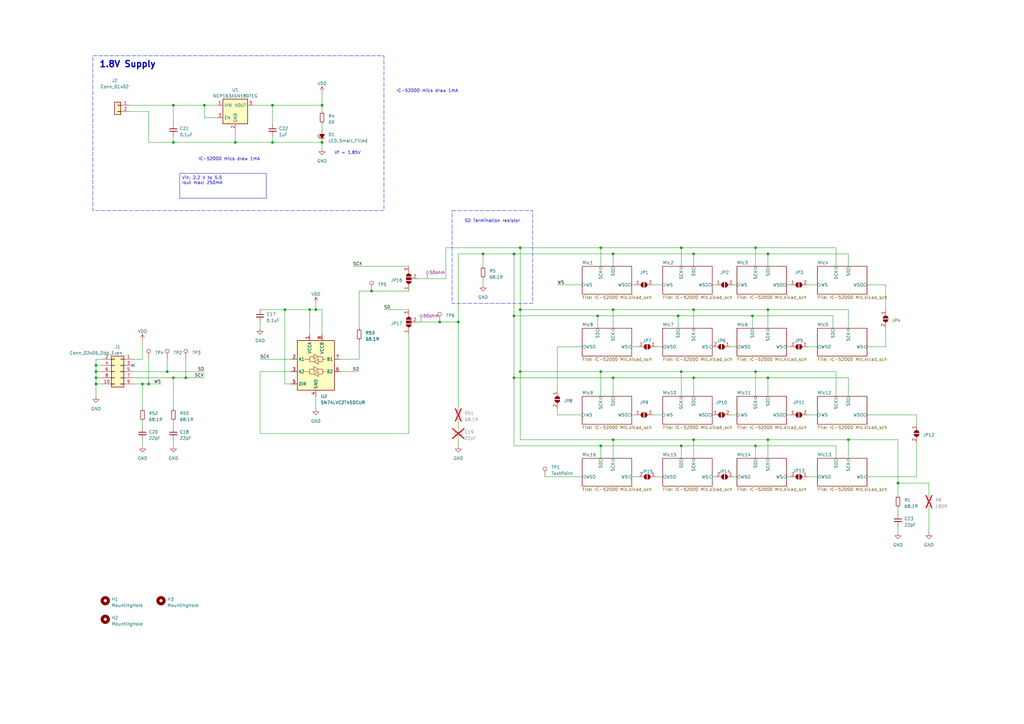
<source format=kicad_sch>
(kicad_sch (version 20230121) (generator eeschema)
  (paper "A3")
  (lib_symbols
    (symbol "Connector:TestPoint" (pin_numbers hide) (pin_names (offset 0.762) hide)
      (property "Reference" "TP" (at 0 6.858 0))
      (property "Value" "TestPoint" (at 0 5.08 0))
      (symbol "TestPoint_0_1"
        (circle (center 0 3.302) (radius 0.762))
      )
      (symbol "TestPoint_1_1"
        (pin passive line (at 0 0 90) (length 2.54) (name "1") (number "1"))
      )
    )
    (symbol "Connector_Generic:Conn_01x02" (pin_names (offset 1.016) hide)
      (property "Reference" "J" (at 0 2.54 0))
      (property "Value" "Conn_01x02" (at 0 -5.08 0))
      (symbol "Conn_01x02_1_1"
        (rectangle (start -1.27 -2.413) (end 0 -2.667) (stroke (width 0.1524)))
        (rectangle (start -1.27 0.127) (end 0 -0.127) (stroke (width 0.1524)))
        (rectangle (start -1.27 1.27) (end 1.27 -3.81) (stroke (width 0.254)) (fill (type background)))
        (pin passive line (at -5.08 0 0) (length 3.81) (name "Pin_1") (number "1"))
        (pin passive line (at -5.08 -2.54 0) (length 3.81) (name "Pin_2") (number "2"))
      )
    )
    (symbol "Connector_Generic:Conn_02x05_Odd_Even" (pin_names (offset 1.016) hide)
      (property "Reference" "J" (at 1.27 7.62 0))
      (property "Value" "Conn_02x05_Odd_Even" (at 1.27 -7.62 0))
      (symbol "Conn_02x05_Odd_Even_1_1"
        (rectangle (start -1.27 -4.953) (end 0 -5.207) (stroke (width 0.1524)))
        (rectangle (start -1.27 -2.413) (end 0 -2.667) (stroke (width 0.1524)))
        (rectangle (start -1.27 0.127) (end 0 -0.127) (stroke (width 0.1524)))
        (rectangle (start -1.27 2.667) (end 0 2.413) (stroke (width 0.1524)))
        (rectangle (start -1.27 5.207) (end 0 4.953) (stroke (width 0.1524)))
        (rectangle (start -1.27 6.35) (end 3.81 -6.35) (stroke (width 0.254)) (fill (type background)))
        (rectangle (start 3.81 -4.953) (end 2.54 -5.207) (stroke (width 0.1524)))
        (rectangle (start 3.81 -2.413) (end 2.54 -2.667) (stroke (width 0.1524)))
        (rectangle (start 3.81 0.127) (end 2.54 -0.127) (stroke (width 0.1524)))
        (rectangle (start 3.81 2.667) (end 2.54 2.413) (stroke (width 0.1524)))
        (rectangle (start 3.81 5.207) (end 2.54 4.953) (stroke (width 0.1524)))
        (pin passive line (at -5.08 5.08 0) (length 3.81) (name "Pin_1") (number "1"))
        (pin passive line (at 7.62 -5.08 180) (length 3.81) (name "Pin_10") (number "10"))
        (pin passive line (at 7.62 5.08 180) (length 3.81) (name "Pin_2") (number "2"))
        (pin passive line (at -5.08 2.54 0) (length 3.81) (name "Pin_3") (number "3"))
        (pin passive line (at 7.62 2.54 180) (length 3.81) (name "Pin_4") (number "4"))
        (pin passive line (at -5.08 0 0) (length 3.81) (name "Pin_5") (number "5"))
        (pin passive line (at 7.62 0 180) (length 3.81) (name "Pin_6") (number "6"))
        (pin passive line (at -5.08 -2.54 0) (length 3.81) (name "Pin_7") (number "7"))
        (pin passive line (at 7.62 -2.54 180) (length 3.81) (name "Pin_8") (number "8"))
        (pin passive line (at -5.08 -5.08 0) (length 3.81) (name "Pin_9") (number "9"))
      )
    )
    (symbol "Device:C_Small" (pin_numbers hide) (pin_names (offset 0.254) hide)
      (property "Reference" "C" (at 0.254 1.778 0))
      (property "Value" "C_Small" (at 0.254 -2.032 0))
      (symbol "C_Small_0_1"
        (polyline (pts (xy -1.524 -0.508) (xy 1.524 -0.508)) (stroke (width 0.3302)))
        (polyline (pts (xy -1.524 0.508) (xy 1.524 0.508)) (stroke (width 0.3048)))
      )
      (symbol "C_Small_1_1"
        (pin passive line (at 0 2.54 270) (length 2.032) (name "~") (number "1"))
        (pin passive line (at 0 -2.54 90) (length 2.032) (name "~") (number "2"))
      )
    )
    (symbol "Device:LED_Small_Filled" (pin_numbers hide) (pin_names (offset 0.254) hide)
      (property "Reference" "D" (at -1.27 3.175 0))
      (property "Value" "LED_Small_Filled" (at -4.445 -2.54 0))
      (symbol "LED_Small_Filled_0_1"
        (polyline (pts (xy -0.762 -1.016) (xy -0.762 1.016)) (stroke (width 0.254)))
        (polyline (pts (xy 1.016 0) (xy -0.762 0)))
        (polyline (pts (xy 0.762 -1.016) (xy -0.762 0) (xy 0.762 1.016) (xy 0.762 -1.016)) (stroke (width 0.254)) (fill (type outline)))
        (polyline (pts (xy 0 0.762) (xy -0.508 1.27) (xy -0.254 1.27) (xy -0.508 1.27) (xy -0.508 1.016)))
        (polyline (pts (xy 0.508 1.27) (xy 0 1.778) (xy 0.254 1.778) (xy 0 1.778) (xy 0 1.524)))
      )
      (symbol "LED_Small_Filled_1_1"
        (pin passive line (at -2.54 0 0) (length 1.778) (name "K") (number "1"))
        (pin passive line (at 2.54 0 180) (length 1.778) (name "A") (number "2"))
      )
    )
    (symbol "Device:R_Small" (pin_numbers hide) (pin_names (offset 0.254) hide)
      (property "Reference" "R" (at 0.762 0.508 0))
      (property "Value" "R_Small" (at 0.762 -1.016 0))
      (symbol "R_Small_0_1"
        (rectangle (start -0.762 1.778) (end 0.762 -1.778) (stroke (width 0.2032)))
      )
      (symbol "R_Small_1_1"
        (pin passive line (at 0 2.54 270) (length 0.762) (name "~") (number "1"))
        (pin passive line (at 0 -2.54 90) (length 0.762) (name "~") (number "2"))
      )
    )
    (symbol "Jumper:SolderJumper_2_Open" (pin_names (offset 0) hide)
      (property "Reference" "JP" (at 0 2.032 0))
      (property "Value" "SolderJumper_2_Open" (at 0 -2.54 0))
      (symbol "SolderJumper_2_Open_0_1"
        (arc (start -0.254 1.016) (mid -1.2656 0) (end -0.254 -1.016))
        (arc (start -0.254 1.016) (mid -1.2656 0) (end -0.254 -1.016) (fill (type outline)))
        (polyline (pts (xy -0.254 1.016) (xy -0.254 -1.016)))
        (polyline (pts (xy 0.254 1.016) (xy 0.254 -1.016)))
        (arc (start 0.254 -1.016) (mid 1.2656 0) (end 0.254 1.016))
        (arc (start 0.254 -1.016) (mid 1.2656 0) (end 0.254 1.016) (fill (type outline)))
      )
      (symbol "SolderJumper_2_Open_1_1"
        (pin passive line (at -3.81 0 0) (length 2.54) (name "A") (number "1"))
        (pin passive line (at 3.81 0 180) (length 2.54) (name "B") (number "2"))
      )
    )
    (symbol "Jumper:SolderJumper_3_Open" (pin_names (offset 0) hide)
      (property "Reference" "JP" (at -2.54 -2.54 0))
      (property "Value" "SolderJumper_3_Open" (at 0 2.794 0))
      (symbol "SolderJumper_3_Open_0_1"
        (arc (start -1.016 1.016) (mid -2.0276 0) (end -1.016 -1.016))
        (arc (start -1.016 1.016) (mid -2.0276 0) (end -1.016 -1.016) (fill (type outline)))
        (rectangle (start -0.508 1.016) (end 0.508 -1.016) (fill (type outline)))
        (polyline (pts (xy -2.54 0) (xy -2.032 0)))
        (polyline (pts (xy -1.016 1.016) (xy -1.016 -1.016)))
        (polyline (pts (xy 0 -1.27) (xy 0 -1.016)))
        (polyline (pts (xy 1.016 1.016) (xy 1.016 -1.016)))
        (polyline (pts (xy 2.54 0) (xy 2.032 0)))
        (arc (start 1.016 -1.016) (mid 2.0276 0) (end 1.016 1.016))
        (arc (start 1.016 -1.016) (mid 2.0276 0) (end 1.016 1.016) (fill (type outline)))
      )
      (symbol "SolderJumper_3_Open_1_1"
        (pin passive line (at -5.08 0 0) (length 2.54) (name "A") (number "1"))
        (pin passive line (at 0 -3.81 90) (length 2.54) (name "C") (number "2"))
        (pin passive line (at 5.08 0 180) (length 2.54) (name "B") (number "3"))
      )
    )
    (symbol "Logic_LevelTranslator:SN74LVC2T45DCUR"
      (property "Reference" "U" (at -6.35 11.43 0))
      (property "Value" "SN74LVC2T45DCUR" (at 3.81 11.43 0))
      (symbol "SN74LVC2T45DCUR_0_1"
        (rectangle (start -7.62 10.16) (end 7.62 -10.16) (stroke (width 0.254)) (fill (type background)))
        (polyline (pts (xy -2.54 2.54) (xy -2.54 3.556) (xy -0.762 3.556)))
        (polyline (pts (xy 2.794 2.54) (xy 2.794 1.524) (xy 1.016 1.524)))
        (polyline (pts (xy -0.762 1.524) (xy -2.54 1.524) (xy -2.54 2.54) (xy -4.572 2.54)))
        (polyline (pts (xy -0.762 2.54) (xy -0.762 4.572) (xy 1.016 3.556) (xy -0.762 2.54)))
        (polyline (pts (xy 1.016 3.556) (xy 2.794 3.556) (xy 2.794 2.54) (xy 4.064 2.54)))
        (polyline (pts (xy 1.016 2.54) (xy 1.016 0.762) (xy 1.016 0.508) (xy -0.762 1.524) (xy 1.016 2.54)))
      )
      (symbol "SN74LVC2T45DCUR_1_1"
        (polyline (pts (xy -2.54 -2.54) (xy -2.54 -1.524) (xy -0.762 -1.524)))
        (polyline (pts (xy 2.794 -2.54) (xy 2.794 -3.556) (xy 1.016 -3.556)))
        (polyline (pts (xy -0.762 -3.556) (xy -2.54 -3.556) (xy -2.54 -2.54) (xy -4.572 -2.54)))
        (polyline (pts (xy -0.762 -2.54) (xy -0.762 -0.508) (xy 1.016 -1.524) (xy -0.762 -2.54)))
        (polyline (pts (xy 1.016 -1.524) (xy 2.794 -1.524) (xy 2.794 -2.54) (xy 4.064 -2.54)))
        (polyline (pts (xy 1.016 -2.54) (xy 1.016 -4.318) (xy 1.016 -4.572) (xy -0.762 -3.556) (xy 1.016 -2.54)))
        (pin power_in line (at -2.54 12.7 270) (length 2.54) (name "VCCA") (number "1"))
        (pin bidirectional line (at -10.16 2.54 0) (length 2.54) (name "A1") (number "2"))
        (pin bidirectional line (at -10.16 -2.54 0) (length 2.54) (name "A2") (number "3"))
        (pin power_in line (at 0 -12.7 90) (length 2.54) (name "GND") (number "4"))
        (pin input line (at -10.16 -7.62 0) (length 2.54) (name "DIR") (number "5"))
        (pin bidirectional line (at 10.16 -2.54 180) (length 2.54) (name "B2") (number "6"))
        (pin bidirectional line (at 10.16 2.54 180) (length 2.54) (name "B1") (number "7"))
        (pin power_in line (at 2.54 12.7 270) (length 2.54) (name "VCCB") (number "8"))
      )
    )
    (symbol "Mechanical:MountingHole" (pin_names (offset 1.016))
      (property "Reference" "H" (at 0 5.08 0))
      (property "Value" "MountingHole" (at 0 3.175 0))
      (symbol "MountingHole_0_1"
        (circle (center 0 0) (radius 1.27) (stroke (width 1.27)))
      )
    )
    (symbol "Regulator_Linear:NCP163ASN180T1G"
      (property "Reference" "U" (at 0 8.89 0))
      (property "Value" "NCP163ASN180T1G" (at 0 6.35 0))
      (symbol "NCP163ASN180T1G_0_1"
        (rectangle (start -5.08 5.08) (end 5.08 -5.08) (stroke (width 0.254)) (fill (type background)))
      )
      (symbol "NCP163ASN180T1G_1_1"
        (pin power_in line (at -7.62 2.54 0) (length 2.54) (name "VIN") (number "1"))
        (pin power_in line (at 0 -7.62 90) (length 2.54) (name "GND") (number "2"))
        (pin input line (at -7.62 -2.54 0) (length 2.54) (name "EN") (number "3"))
        (pin no_connect line (at 5.08 -2.54 180) (length 2.54) hide (name "NC") (number "4"))
        (pin power_out line (at 7.62 2.54 180) (length 2.54) (name "VOUT") (number "5"))
      )
    )
    (symbol "power:GND" (power) (pin_names (offset 0))
      (property "Value" "GND" (at 0 -3.81 0))
      (symbol "GND_0_1"
        (polyline (pts (xy 0 0) (xy 0 -1.27) (xy 1.27 -1.27) (xy 0 -2.54) (xy -1.27 -1.27) (xy 0 -1.27)))
      )
      (symbol "GND_1_1"
        (pin power_in line (at 0 0 270) (length 0) hide (name "GND") (number "1"))
      )
    )
    (symbol "power:VDD" (power) (pin_names (offset 0))
      (property "Value" "VDD" (at 0 3.81 0))
      (symbol "VDD_0_1"
        (polyline (pts (xy -0.762 1.27) (xy 0 2.54)))
        (polyline (pts (xy 0 0) (xy 0 2.54)))
        (polyline (pts (xy 0 2.54) (xy 0.762 1.27)))
      )
      (symbol "VDD_1_1"
        (pin power_in line (at 0 0 90) (length 0) hide (name "VDD") (number "1"))
      )
    )
  )
  (junction (at 279.4 101.6))
  (junction (at 58.42 157.48))
  (junction (at 116.84 127))
  (junction (at 284.48 104.14))
  (junction (at 245.11 129.54))
  (junction (at 132.08 58.42))
  (junction (at 309.88 182.88))
  (junction (at 213.36 101.6))
  (junction (at 39.37 154.94))
  (junction (at 284.48 180.34))
  (junction (at 251.46 104.14))
  (junction (at 68.58 152.4))
  (junction (at 187.96 132.08))
  (junction (at 213.36 152.4))
  (junction (at 111.76 58.42))
  (junction (at 71.12 154.94))
  (junction (at 39.37 157.48))
  (junction (at 152.4 119.38))
  (junction (at 279.4 182.88))
  (junction (at 284.48 127))
  (junction (at 210.82 154.94))
  (junction (at 246.38 182.88))
  (junction (at 71.12 58.42))
  (junction (at 129.54 127))
  (junction (at 132.08 43.18))
  (junction (at 368.3 198.12))
  (junction (at 279.4 152.4))
  (junction (at 278.13 129.54))
  (junction (at 314.96 104.14))
  (junction (at 180.34 132.08))
  (junction (at 60.96 157.48))
  (junction (at 251.46 180.34))
  (junction (at 246.38 152.4))
  (junction (at 213.36 127))
  (junction (at 308.61 129.54))
  (junction (at 71.12 43.18))
  (junction (at 198.12 104.14))
  (junction (at 39.37 149.86))
  (junction (at 127 127))
  (junction (at 210.82 129.54))
  (junction (at 96.52 58.42))
  (junction (at 246.38 101.6))
  (junction (at 39.37 152.4))
  (junction (at 284.48 154.94))
  (junction (at 314.96 154.94))
  (junction (at 76.2 154.94))
  (junction (at 210.82 104.14))
  (junction (at 111.76 43.18))
  (junction (at 251.46 154.94))
  (junction (at 309.88 152.4))
  (junction (at 251.46 127))
  (junction (at 309.88 101.6))
  (junction (at 83.82 43.18))
  (junction (at 347.98 180.34))
  (junction (at 314.96 127))
  (junction (at 314.96 180.34))
  (no_connect (at 54.61 149.86))
  (wire (pts (xy 54.61 152.4) (xy 68.58 152.4)))
  (wire (pts (xy 106.68 127) (xy 116.84 127)))
  (wire (pts (xy 54.61 154.94) (xy 71.12 154.94)))
  (wire (pts (xy 116.84 127) (xy 116.84 157.48)))
  (wire (pts (xy 147.32 147.32) (xy 147.32 139.7)))
  (wire (pts (xy 60.96 58.42) (xy 71.12 58.42)))
  (wire (pts (xy 58.42 180.34) (xy 58.42 182.88)))
  (wire (pts (xy 210.82 129.54) (xy 210.82 154.94)))
  (wire (pts (xy 71.12 154.94) (xy 71.12 167.64)))
  (wire (pts (xy 58.42 157.48) (xy 60.96 157.48)))
  (wire (pts (xy 278.13 129.54) (xy 308.61 129.54)))
  (wire (pts (xy 284.48 180.34) (xy 314.96 180.34)))
  (wire (pts (xy 292.1 195.58) (xy 293.37 195.58)))
  (wire (pts (xy 96.52 58.42) (xy 111.76 58.42)))
  (wire (pts (xy 111.76 43.18) (xy 132.08 43.18)))
  (wire (pts (xy 309.88 101.6) (xy 342.9 101.6)))
  (wire (pts (xy 127 127) (xy 127 137.16)))
  (wire (pts (xy 308.61 129.54) (xy 308.61 134.62)))
  (wire (pts (xy 347.98 127) (xy 347.98 134.62)))
  (wire (pts (xy 347.98 154.94) (xy 347.98 162.56)))
  (wire (pts (xy 309.88 101.6) (xy 309.88 109.22)))
  (wire (pts (xy 368.3 180.34) (xy 368.3 198.12)))
  (wire (pts (xy 375.92 181.61) (xy 375.92 195.58)))
  (wire (pts (xy 228.6 170.18) (xy 238.76 170.18)))
  (wire (pts (xy 210.82 182.88) (xy 246.38 182.88)))
  (wire (pts (xy 198.12 104.14) (xy 198.12 109.22)))
  (wire (pts (xy 111.76 58.42) (xy 132.08 58.42)))
  (wire (pts (xy 251.46 180.34) (xy 251.46 187.96)))
  (wire (pts (xy 309.88 182.88) (xy 309.88 187.96)))
  (wire (pts (xy 83.82 48.26) (xy 83.82 43.18)))
  (wire (pts (xy 76.2 147.32) (xy 76.2 154.94)))
  (wire (pts (xy 39.37 157.48) (xy 39.37 162.56)))
  (wire (pts (xy 228.6 116.84) (xy 238.76 116.84)))
  (wire (pts (xy 284.48 154.94) (xy 314.96 154.94)))
  (wire (pts (xy 267.97 116.84) (xy 271.78 116.84)))
  (wire (pts (xy 308.61 129.54) (xy 341.63 129.54)))
  (wire (pts (xy 39.37 152.4) (xy 41.91 152.4)))
  (wire (pts (xy 251.46 104.14) (xy 284.48 104.14)))
  (wire (pts (xy 157.48 127) (xy 167.64 127)))
  (wire (pts (xy 182.88 101.6) (xy 182.88 114.3)))
  (wire (pts (xy 83.82 43.18) (xy 88.9 43.18)))
  (wire (pts (xy 314.96 154.94) (xy 314.96 162.56)))
  (wire (pts (xy 355.6 195.58) (xy 375.92 195.58)))
  (wire (pts (xy 259.08 116.84) (xy 260.35 116.84)))
  (wire (pts (xy 309.88 152.4) (xy 309.88 162.56)))
  (wire (pts (xy 132.08 38.1) (xy 132.08 43.18)))
  (wire (pts (xy 278.13 129.54) (xy 278.13 134.62)))
  (wire (pts (xy 58.42 157.48) (xy 58.42 167.64)))
  (wire (pts (xy 347.98 180.34) (xy 368.3 180.34)))
  (wire (pts (xy 152.4 119.38) (xy 167.64 119.38)))
  (wire (pts (xy 210.82 129.54) (xy 245.11 129.54)))
  (wire (pts (xy 355.6 170.18) (xy 375.92 170.18)))
  (wire (pts (xy 132.08 137.16) (xy 132.08 127)))
  (wire (pts (xy 331.47 170.18) (xy 335.28 170.18)))
  (wire (pts (xy 267.97 170.18) (xy 271.78 170.18)))
  (wire (pts (xy 279.4 101.6) (xy 279.4 109.22)))
  (wire (pts (xy 322.58 142.24) (xy 323.85 142.24)))
  (wire (pts (xy 331.47 195.58) (xy 335.28 195.58)))
  (wire (pts (xy 322.58 170.18) (xy 323.85 170.18)))
  (wire (pts (xy 171.45 114.3) (xy 182.88 114.3)))
  (wire (pts (xy 180.34 132.08) (xy 187.96 132.08)))
  (wire (pts (xy 284.48 127) (xy 284.48 134.62)))
  (wire (pts (xy 129.54 127) (xy 127 127)))
  (wire (pts (xy 104.14 43.18) (xy 111.76 43.18)))
  (wire (pts (xy 368.3 198.12) (xy 381 198.12)))
  (wire (pts (xy 314.96 180.34) (xy 314.96 187.96)))
  (wire (pts (xy 60.96 45.72) (xy 60.96 58.42)))
  (wire (pts (xy 284.48 154.94) (xy 284.48 162.56)))
  (wire (pts (xy 251.46 127) (xy 251.46 134.62)))
  (wire (pts (xy 39.37 154.94) (xy 41.91 154.94)))
  (wire (pts (xy 259.08 142.24) (xy 261.62 142.24)))
  (wire (pts (xy 132.08 43.18) (xy 132.08 45.72)))
  (wire (pts (xy 210.82 104.14) (xy 210.82 129.54)))
  (wire (pts (xy 314.96 180.34) (xy 347.98 180.34)))
  (wire (pts (xy 167.64 137.16) (xy 167.64 177.8)))
  (wire (pts (xy 314.96 104.14) (xy 347.98 104.14)))
  (wire (pts (xy 342.9 182.88) (xy 342.9 187.96)))
  (wire (pts (xy 246.38 182.88) (xy 279.4 182.88)))
  (wire (pts (xy 88.9 48.26) (xy 83.82 48.26)))
  (wire (pts (xy 259.08 195.58) (xy 261.62 195.58)))
  (wire (pts (xy 39.37 154.94) (xy 39.37 157.48)))
  (wire (pts (xy 284.48 104.14) (xy 314.96 104.14)))
  (wire (pts (xy 284.48 180.34) (xy 284.48 187.96)))
  (wire (pts (xy 39.37 157.48) (xy 41.91 157.48)))
  (wire (pts (xy 251.46 154.94) (xy 251.46 162.56)))
  (wire (pts (xy 245.11 129.54) (xy 278.13 129.54)))
  (wire (pts (xy 355.6 116.84) (xy 363.22 116.84)))
  (wire (pts (xy 213.36 127) (xy 251.46 127)))
  (wire (pts (xy 187.96 104.14) (xy 198.12 104.14)))
  (wire (pts (xy 279.4 101.6) (xy 309.88 101.6)))
  (wire (pts (xy 54.61 157.48) (xy 58.42 157.48)))
  (wire (pts (xy 279.4 182.88) (xy 279.4 187.96)))
  (wire (pts (xy 368.3 215.9) (xy 368.3 218.44)))
  (wire (pts (xy 111.76 55.88) (xy 111.76 58.42)))
  (wire (pts (xy 53.34 43.18) (xy 71.12 43.18)))
  (wire (pts (xy 198.12 114.3) (xy 198.12 116.84)))
  (wire (pts (xy 71.12 43.18) (xy 83.82 43.18)))
  (wire (pts (xy 171.45 132.08) (xy 180.34 132.08)))
  (wire (pts (xy 132.08 127) (xy 129.54 127)))
  (wire (pts (xy 299.72 170.18) (xy 302.26 170.18)))
  (wire (pts (xy 279.4 152.4) (xy 279.4 162.56)))
  (wire (pts (xy 129.54 127) (xy 129.54 124.46)))
  (wire (pts (xy 331.47 142.24) (xy 335.28 142.24)))
  (wire (pts (xy 355.6 142.24) (xy 363.22 142.24)))
  (wire (pts (xy 71.12 58.42) (xy 96.52 58.42)))
  (wire (pts (xy 284.48 127) (xy 314.96 127)))
  (wire (pts (xy 106.68 147.32) (xy 119.38 147.32)))
  (wire (pts (xy 39.37 152.4) (xy 39.37 154.94)))
  (wire (pts (xy 106.68 132.08) (xy 106.68 134.62)))
  (wire (pts (xy 213.36 180.34) (xy 251.46 180.34)))
  (wire (pts (xy 322.58 116.84) (xy 323.85 116.84)))
  (wire (pts (xy 259.08 170.18) (xy 260.35 170.18)))
  (wire (pts (xy 246.38 101.6) (xy 246.38 109.22)))
  (wire (pts (xy 210.82 154.94) (xy 210.82 182.88)))
  (wire (pts (xy 269.24 195.58) (xy 271.78 195.58)))
  (wire (pts (xy 300.99 195.58) (xy 302.26 195.58)))
  (wire (pts (xy 292.1 116.84) (xy 293.37 116.84)))
  (wire (pts (xy 71.12 180.34) (xy 71.12 182.88)))
  (wire (pts (xy 245.11 129.54) (xy 245.11 134.62)))
  (wire (pts (xy 228.6 167.64) (xy 228.6 170.18)))
  (wire (pts (xy 246.38 182.88) (xy 246.38 187.96)))
  (wire (pts (xy 106.68 177.8) (xy 106.68 152.4)))
  (wire (pts (xy 269.24 142.24) (xy 271.78 142.24)))
  (wire (pts (xy 368.3 198.12) (xy 368.3 203.2)))
  (wire (pts (xy 39.37 149.86) (xy 39.37 152.4)))
  (wire (pts (xy 322.58 195.58) (xy 323.85 195.58)))
  (wire (pts (xy 54.61 147.32) (xy 58.42 147.32)))
  (wire (pts (xy 53.34 45.72) (xy 60.96 45.72)))
  (wire (pts (xy 111.76 43.18) (xy 111.76 50.8)))
  (wire (pts (xy 251.46 154.94) (xy 284.48 154.94)))
  (wire (pts (xy 363.22 116.84) (xy 363.22 127)))
  (wire (pts (xy 246.38 152.4) (xy 246.38 162.56)))
  (wire (pts (xy 106.68 152.4) (xy 119.38 152.4)))
  (wire (pts (xy 187.96 132.08) (xy 187.96 167.64)))
  (wire (pts (xy 60.96 157.48) (xy 66.04 157.48)))
  (wire (pts (xy 213.36 101.6) (xy 246.38 101.6)))
  (wire (pts (xy 368.3 208.28) (xy 368.3 210.82)))
  (wire (pts (xy 144.78 109.22) (xy 167.64 109.22)))
  (wire (pts (xy 284.48 104.14) (xy 284.48 109.22)))
  (wire (pts (xy 251.46 127) (xy 284.48 127)))
  (wire (pts (xy 139.7 147.32) (xy 147.32 147.32)))
  (wire (pts (xy 41.91 147.32) (xy 39.37 147.32)))
  (wire (pts (xy 198.12 104.14) (xy 210.82 104.14)))
  (wire (pts (xy 342.9 152.4) (xy 342.9 162.56)))
  (wire (pts (xy 71.12 154.94) (xy 76.2 154.94)))
  (wire (pts (xy 96.52 53.34) (xy 96.52 58.42)))
  (wire (pts (xy 129.54 162.56) (xy 129.54 167.64)))
  (wire (pts (xy 375.92 170.18) (xy 375.92 173.99)))
  (wire (pts (xy 116.84 127) (xy 127 127)))
  (wire (pts (xy 238.76 142.24) (xy 228.6 142.24)))
  (wire (pts (xy 68.58 147.32) (xy 68.58 152.4)))
  (wire (pts (xy 341.63 129.54) (xy 341.63 134.62)))
  (wire (pts (xy 381 208.28) (xy 381 218.44)))
  (wire (pts (xy 347.98 180.34) (xy 347.98 187.96)))
  (wire (pts (xy 132.08 50.8) (xy 132.08 53.34)))
  (wire (pts (xy 246.38 101.6) (xy 279.4 101.6)))
  (wire (pts (xy 210.82 154.94) (xy 251.46 154.94)))
  (wire (pts (xy 187.96 104.14) (xy 187.96 132.08)))
  (wire (pts (xy 71.12 55.88) (xy 71.12 58.42)))
  (wire (pts (xy 309.88 152.4) (xy 342.9 152.4)))
  (wire (pts (xy 363.22 134.62) (xy 363.22 142.24)))
  (wire (pts (xy 210.82 104.14) (xy 251.46 104.14)))
  (wire (pts (xy 251.46 104.14) (xy 251.46 109.22)))
  (wire (pts (xy 71.12 172.72) (xy 71.12 175.26)))
  (wire (pts (xy 213.36 152.4) (xy 213.36 180.34)))
  (wire (pts (xy 331.47 116.84) (xy 335.28 116.84)))
  (wire (pts (xy 147.32 119.38) (xy 152.4 119.38)))
  (wire (pts (xy 213.36 101.6) (xy 213.36 127)))
  (wire (pts (xy 147.32 134.62) (xy 147.32 119.38)))
  (wire (pts (xy 119.38 157.48) (xy 116.84 157.48)))
  (wire (pts (xy 182.88 101.6) (xy 213.36 101.6)))
  (wire (pts (xy 71.12 50.8) (xy 71.12 43.18)))
  (wire (pts (xy 213.36 152.4) (xy 246.38 152.4)))
  (wire (pts (xy 314.96 104.14) (xy 314.96 109.22)))
  (wire (pts (xy 68.58 152.4) (xy 83.82 152.4)))
  (wire (pts (xy 309.88 182.88) (xy 342.9 182.88)))
  (wire (pts (xy 314.96 127) (xy 314.96 134.62)))
  (wire (pts (xy 58.42 172.72) (xy 58.42 175.26)))
  (wire (pts (xy 139.7 152.4) (xy 147.32 152.4)))
  (wire (pts (xy 187.96 172.72) (xy 187.96 175.26)))
  (wire (pts (xy 347.98 104.14) (xy 347.98 109.22)))
  (wire (pts (xy 39.37 147.32) (xy 39.37 149.86)))
  (wire (pts (xy 279.4 182.88) (xy 309.88 182.88)))
  (wire (pts (xy 300.99 116.84) (xy 302.26 116.84)))
  (wire (pts (xy 314.96 127) (xy 347.98 127)))
  (wire (pts (xy 213.36 127) (xy 213.36 152.4)))
  (wire (pts (xy 76.2 154.94) (xy 83.82 154.94)))
  (wire (pts (xy 223.52 195.58) (xy 238.76 195.58)))
  (wire (pts (xy 187.96 180.34) (xy 187.96 182.88)))
  (wire (pts (xy 132.08 58.42) (xy 132.08 60.96)))
  (wire (pts (xy 167.64 177.8) (xy 106.68 177.8)))
  (wire (pts (xy 228.6 142.24) (xy 228.6 160.02)))
  (wire (pts (xy 299.72 142.24) (xy 302.26 142.24)))
  (wire (pts (xy 314.96 154.94) (xy 347.98 154.94)))
  (wire (pts (xy 251.46 180.34) (xy 284.48 180.34)))
  (wire (pts (xy 60.96 147.32) (xy 60.96 157.48)))
  (wire (pts (xy 381 198.12) (xy 381 203.2)))
  (wire (pts (xy 246.38 152.4) (xy 279.4 152.4)))
  (wire (pts (xy 39.37 149.86) (xy 41.91 149.86)))
  (wire (pts (xy 342.9 101.6) (xy 342.9 109.22)))
  (wire (pts (xy 58.42 139.7) (xy 58.42 147.32)))
  (wire (pts (xy 279.4 152.4) (xy 309.88 152.4)))
  (rectangle (start 185.42 86.36) (end 218.44 124.46) (stroke (width 0) (type dash)))
  (rectangle (start 38.1 22.86) (end 157.48 86.36) (stroke (width 0) (type dash)))
  (text_box "Vin: 2.2 V to 5.5 \nIout max: 250mA" (at 73.66 71.12 0) (size 35.56 10.16) (effects (font (size 1.27 1.27)) (justify left top)))
  (text "SD Termination resistor" (at 190.5 91.44 0) (effects (font (size 1.27 1.27)) (justify left bottom)))
  (text "1.8V Supply" (at 40.64 27.94 0) (effects (font (size 2.54 2.54) (thickness 0.508) bold) (justify left bottom)))
  (text "IC-52000 mics draw 1mA" (at 162.56 38.1 0) (effects (font (size 1.27 1.27)) (justify left bottom)))
  (text "IC-52000 mics draw 1mA" (at 81.28 66.04 0) (effects (font (size 1.27 1.27)) (justify left bottom)))
  (text "Vf = 1.85V" (at 137.16 63.5 0) (effects (font (size 1.27 1.27)) (justify left bottom)))
  (label "SD" (at 83.82 152.4 180))
  (label "WS" (at 228.6 116.84 0))
  (label "SCK" (at 106.68 147.32 0))
  (label "SCK" (at 144.78 109.22 0))
  (label "WS" (at 66.04 157.48 180))
  (label "SCK" (at 83.82 154.94 180))
  (label "SD" (at 147.32 152.4 180))
  (label "SD" (at 157.48 127 0))
  (netclass_flag "" (length 2.54) (shape round) (at 175.26 114.3 0) (property "Netclass" "50ohm" (at 175.9585 111.76 0) (effects (font italic) (justify left))))
  (netclass_flag "" (length 2.54) (shape round) (at 172.72 132.08 0) (property "Netclass" "50ohm" (at 173.4185 129.54 0) (effects (font italic) (justify left))))
  (symbol (lib_id "power:GND") (at 58.42 182.88 0) (unit 1)
    (property "Reference" "#PWR026" (effects hide))
    (property "Value" "GND" (at 58.42 187.96 0))
  )
  (symbol (lib_id "Jumper:SolderJumper_2_Open") (at 363.22 130.81 270) (unit 1)
    (property "Reference" "JP4" (at 365.76 131.445 90) (effects (justify left)))
    (property "Value" "SolderJumper_2_Open" (effects hide))
    (property "Footprint" "Jumper:SolderJumper-2_P1.3mm_Open_TrianglePad1.0x1.5mm" (effects hide))
  )
  (symbol (lib_id "Device:R_Small") (at 368.3 205.74 0) (unit 1)
    (property "Reference" "R1" (at 370.84 205.105 0) (effects (justify left)))
    (property "Value" "68.1R" (at 370.84 207.645 0) (effects (justify left)))
    (property "Footprint" "Resistor_SMD:R_0603_1608Metric" (effects hide))
    (property "Description" "RES 68.1 OHM 1% 1/10W 0603" (effects hide))
    (property "Manufacturer" "YAGEO" (effects hide))
    (property "Part Number" "RC0603FR-0768R1L" (effects hide))
    (property "Supplier Number" "311-68.1HRCT-ND" (effects hide))
    (property "Supplier" "Digi-Key" (effects hide))
  )
  (symbol (lib_id "Device:R_Small") (at 58.42 170.18 0) (unit 1)
    (property "Reference" "R52" (at 60.96 169.545 0) (effects (justify left)))
    (property "Value" "68.1R" (at 60.96 172.085 0) (effects (justify left)))
    (property "Footprint" "Resistor_SMD:R_0603_1608Metric" (effects hide))
    (property "Description" "RES 68.1 OHM 1% 1/10W 0603" (effects hide))
    (property "Manufacturer" "YAGEO" (effects hide))
    (property "Part Number" "RC0603FR-0768R1L" (effects hide))
    (property "Supplier Number" "311-68.1HRCT-ND" (effects hide))
    (property "Supplier" "Digi-Key" (effects hide))
  )
  (symbol (lib_id "Device:C_Small") (at 71.12 53.34 0) (unit 1)
    (property "Reference" "C21" (at 73.66 52.7113 0) (effects (justify left)))
    (property "Value" "0.1uF" (at 73.66 55.2513 0) (effects (justify left)))
    (property "Footprint" "Capacitor_SMD:C_0603_1608Metric" (effects hide))
    (property "Manufacturer" "KEMET" (effects hide))
    (property "Part Number" "C0603C104K8RAC7867" (effects hide))
    (property "Supplier" "Digi-Key" (effects hide))
    (property "Supplier Number" "399-C0603C104K8RAC7867CT-ND" (effects hide))
    (property "Description" "CAP CER 0.1UF 10V X7R 0603" (effects hide))
  )
  (symbol (lib_id "Device:R_Small") (at 132.08 48.26 0) (unit 1)
    (property "Reference" "R4" (at 134.62 47.625 0) (effects (justify left)))
    (property "Value" "0R" (at 134.62 50.165 0) (effects (justify left)))
    (property "Footprint" "Resistor_SMD:R_0603_1608Metric" (effects hide))
  )
  (symbol (lib_id "Device:R_Small") (at 381 205.74 0) (unit 1) (dnp yes)
    (property "Reference" "R8" (at 383.54 205.105 0) (effects (justify left)))
    (property "Value" "180R" (at 383.54 207.645 0) (effects (justify left)))
    (property "Footprint" "Resistor_SMD:R_0603_1608Metric" (effects hide))
    (property "Manufacturer" "YAGEO" (effects hide))
    (property "Part Number" "RC0603FR-07187RL" (effects hide))
    (property "Supplier" "Digi-Key" (effects hide))
    (property "Supplier Number" "311-187HRCT-ND" (effects hide))
    (property "Description" "RES 187 OHM 1% 1/10W 0603" (effects hide))
  )
  (symbol (lib_id "Jumper:SolderJumper_2_Open") (at 327.66 195.58 180) (unit 1)
    (property "Reference" "JP13" (at 327.66 193.04 0))
    (property "Value" "SolderJumper_2_Open" (effects hide))
    (property "Footprint" "Jumper:SolderJumper-2_P1.3mm_Open_TrianglePad1.0x1.5mm" (effects hide))
  )
  (symbol (lib_id "Logic_LevelTranslator:SN74LVC2T45DCUR") (at 129.54 149.86 0) (unit 1)
    (property "Reference" "U2" (at 131.4959 162.56 0) (effects (justify left)))
    (property "Value" "SN74LVC2T45DCUR" (at 131.4959 165.1 0) (effects (justify left)))
    (property "Footprint" "Package_SO:VSSOP-8_2.4x2.1mm_P0.5mm" (effects hide))
    (property "Datasheet" "http://www.ti.com/lit/ds/symlink/sn74lvc2t45.pdf" (effects hide))
    (property "Description" "IC TRANSLTR BIDIRECTIONAL 8VSSOP" (effects hide))
    (property "Manufacturer" "Texas Instruments" (effects hide))
    (property "Part Number" "SN74LVC2T45DCUT" (effects hide))
    (property "Supplier Number" "296-32331-1-ND" (effects hide))
    (property "Supplier" "Digi-Key" (effects hide))
  )
  (symbol (lib_id "power:GND") (at 129.54 167.64 0) (unit 1)
    (property "Reference" "#PWR023" (effects hide))
    (property "Value" "GND" (at 129.54 172.72 0))
  )
  (symbol (lib_id "Jumper:SolderJumper_2_Open") (at 327.66 170.18 0) (unit 1)
    (property "Reference" "JP11" (at 327.66 165.1 0))
    (property "Value" "SolderJumper_2_Open" (effects hide))
    (property "Footprint" "Jumper:SolderJumper-2_P1.3mm_Open_TrianglePad1.0x1.5mm" (effects hide))
  )
  (symbol (lib_id "Connector:TestPoint") (at 60.96 147.32 0) (unit 1)
    (property "Reference" "TP4" (at 63.5 144.653 0) (effects (justify left)))
    (property "Value" "	" (effects hide))
    (property "Footprint" "TestPoint:TestPoint_Pad_D1.5mm" (effects hide))
  )
  (symbol (lib_id "Regulator_Linear:NCP163ASN180T1G") (at 96.52 45.72 0) (unit 1)
    (property "Reference" "U1" (at 96.52 36.83 0))
    (property "Value" "NCP163ASN180T1G" (at 96.52 39.37 0))
    (property "Footprint" "Package_TO_SOT_SMD:SOT-23-5" (effects hide))
    (property "Datasheet" "https://www.onsemi.com/pdf/datasheet/ncp163-d.pdf" (effects hide))
    (property "Description" "IC REG LINEAR 1.8V 250MA SOT23-5" (effects hide))
    (property "Manufacturer" "onsemi" (effects hide))
    (property "Part Number" "NCP163ASN180T1G" (effects hide))
    (property "Supplier Number" "NCP163ASN180T1GOSCT-ND" (effects hide))
    (property "Supplier" "Digi-Key" (effects hide))
  )
  (symbol (lib_id "Device:C_Small") (at 111.76 53.34 0) (unit 1)
    (property "Reference" "C22" (at 114.3 52.7113 0) (effects (justify left)))
    (property "Value" "1uF" (at 114.3 55.2513 0) (effects (justify left)))
    (property "Footprint" "Capacitor_SMD:C_0603_1608Metric" (effects hide))
    (property "Manufacturer" "Samsung Electro-Mechanics" (effects hide))
    (property "Part Number" "CL10B105KP8NNNC" (effects hide))
    (property "Supplier" "Digi-Key" (effects hide))
    (property "Supplier Number" "1276-1946-1-ND" (effects hide))
    (property "Description" "CAP CER 1UF 10V X7R 0603" (effects hide))
  )
  (symbol (lib_id "Connector_Generic:Conn_01x02") (at 48.26 43.18 0) (mirror y) (unit 1)
    (property "Reference" "J2" (at 46.99 33.02 0))
    (property "Value" "Conn_01x02" (at 46.99 35.56 0))
    (property "Footprint" "Connector_PinHeader_2.54mm:PinHeader_1x02_P2.54mm_Vertical" (effects hide))
  )
  (symbol (lib_id "power:VDD") (at 58.42 139.7 0) (unit 1)
    (property "Reference" "#PWR05" (effects hide))
    (property "Value" "VDD" (at 58.42 135.89 0))
  )
  (symbol (lib_id "Device:C_Small") (at 187.96 177.8 0) (unit 1) (dnp yes)
    (property "Reference" "C19" (at 190.5 177.1713 0) (effects (justify left)))
    (property "Value" "22pF" (at 190.5 179.7113 0) (effects (justify left)))
    (property "Footprint" "Capacitor_SMD:C_0603_1608Metric" (effects hide))
    (property "Manufacturer" "Würth Elektronik" (effects hide))
    (property "Part Number" "885012006004" (effects hide))
    (property "Supplier" "Digi-Key" (effects hide))
    (property "Supplier Number" "732-7748-1-ND" (effects hide))
    (property "Description" "CAP CER 22PF 10V C0G/NP0 0603" (effects hide))
  )
  (symbol (lib_id "Jumper:SolderJumper_2_Open") (at 265.43 142.24 180) (unit 1)
    (property "Reference" "JP7" (at 265.43 139.7 0))
    (property "Value" "SolderJumper_2_Open" (effects hide))
    (property "Footprint" "Jumper:SolderJumper-2_P1.3mm_Open_TrianglePad1.0x1.5mm" (effects hide))
  )
  (symbol (lib_id "Jumper:SolderJumper_2_Open") (at 327.66 116.84 0) (unit 1)
    (property "Reference" "JP3" (at 327.66 111.76 0))
    (property "Value" "SolderJumper_2_Open" (effects hide))
    (property "Footprint" "Jumper:SolderJumper-2_P1.3mm_Open_TrianglePad1.0x1.5mm" (effects hide))
  )
  (symbol (lib_id "Mechanical:MountingHole") (at 43.18 246.38 0) (unit 1)
    (property "Reference" "H1" (at 45.72 245.745 0) (effects (justify left)))
    (property "Value" "MountingHole" (at 45.72 248.285 0) (effects (justify left)))
    (property "Footprint" "MountingHole:MountingHole_3.2mm_M3" (effects hide))
    (property "Manufacturer" "Harwin Inc." (effects hide))
    (property "Part Number" "R30-1003002" (effects hide))
    (property "Supplier" "Digi-Key" (effects hide))
    (property "Supplier Number" "952-2610-ND" (effects hide))
    (property "Description" "HEX STANDOFF M3X0.5 BRASS 30MM" (effects hide))
  )
  (symbol (lib_id "power:VDD") (at 129.54 124.46 0) (unit 1)
    (property "Reference" "#PWR021" (effects hide))
    (property "Value" "VDD" (at 129.54 120.65 0))
  )
  (symbol (lib_id "Jumper:SolderJumper_2_Open") (at 264.16 170.18 0) (unit 1)
    (property "Reference" "JP9" (at 264.16 165.1 0))
    (property "Value" "SolderJumper_2_Open" (effects hide))
    (property "Footprint" "Jumper:SolderJumper-2_P1.3mm_Open_TrianglePad1.0x1.5mm" (effects hide))
  )
  (symbol (lib_id "Jumper:SolderJumper_2_Open") (at 228.6 163.83 270) (unit 1)
    (property "Reference" "JP8" (at 231.14 164.465 90) (effects (justify left)))
    (property "Value" "SolderJumper_2_Open" (effects hide))
    (property "Footprint" "Jumper:SolderJumper-2_P1.3mm_Open_TrianglePad1.0x1.5mm" (effects hide))
  )
  (symbol (lib_id "power:GND") (at 132.08 60.96 0) (unit 1)
    (property "Reference" "#PWR03" (effects hide))
    (property "Value" "GND" (at 132.08 66.04 0))
  )
  (symbol (lib_id "power:GND") (at 187.96 182.88 0) (unit 1)
    (property "Reference" "#PWR025" (effects hide))
    (property "Value" "GND" (at 187.96 187.96 0))
  )
  (symbol (lib_id "power:GND") (at 39.37 162.56 0) (unit 1)
    (property "Reference" "#PWR04" (effects hide))
    (property "Value" "GND" (at 39.37 167.64 0))
  )
  (symbol (lib_id "Jumper:SolderJumper_2_Open") (at 375.92 177.8 270) (unit 1)
    (property "Reference" "JP12" (at 378.46 178.435 90) (effects (justify left)))
    (property "Value" "SolderJumper_2_Open" (effects hide))
    (property "Footprint" "Jumper:SolderJumper-2_P1.3mm_Open_TrianglePad1.0x1.5mm" (effects hide))
  )
  (symbol (lib_id "power:GND") (at 368.3 218.44 0) (unit 1)
    (property "Reference" "#PWR027" (effects hide))
    (property "Value" "GND" (at 368.3 223.52 0))
  )
  (symbol (lib_id "power:GND") (at 198.12 116.84 0) (unit 1)
    (property "Reference" "#PWR060" (effects hide))
    (property "Value" "GND" (at 198.12 121.92 0))
  )
  (symbol (lib_id "Device:C_Small") (at 58.42 177.8 0) (unit 1)
    (property "Reference" "C20" (at 60.96 177.1713 0) (effects (justify left)))
    (property "Value" "22pF" (at 60.96 179.7113 0) (effects (justify left)))
    (property "Footprint" "Capacitor_SMD:C_0603_1608Metric" (effects hide))
    (property "Manufacturer" "Würth Elektronik" (effects hide))
    (property "Part Number" "885012006004" (effects hide))
    (property "Supplier" "Digi-Key" (effects hide))
    (property "Supplier Number" "732-7748-1-ND" (effects hide))
    (property "Description" "CAP CER 22PF 10V C0G/NP0 0603" (effects hide))
  )
  (symbol (lib_id "Device:R_Small") (at 187.96 170.18 0) (unit 1) (dnp yes)
    (property "Reference" "R51" (at 190.5 169.545 0) (effects (justify left)))
    (property "Value" "68.1R" (at 190.5 172.085 0) (effects (justify left)))
    (property "Footprint" "Resistor_SMD:R_0603_1608Metric" (effects hide))
    (property "Manufacturer" "YAGEO" (effects hide))
    (property "Part Number" "RC0603FR-0768R1L" (effects hide))
    (property "Supplier" "Digi-Key" (effects hide))
    (property "Supplier Number" "311-68.1HRCT-ND" (effects hide))
    (property "Description" "RES 68.1 OHM 1% 1/10W 0603" (effects hide))
    (property "Fit" "DNF" (effects hide))
  )
  (symbol (lib_id "power:VDD") (at 132.08 38.1 0) (unit 1)
    (property "Reference" "#PWR059" (effects hide))
    (property "Value" "VDD" (at 132.08 34.29 0))
  )
  (symbol (lib_id "Mechanical:MountingHole") (at 43.18 254 0) (unit 1)
    (property "Reference" "H2" (at 45.72 253.365 0) (effects (justify left)))
    (property "Value" "MountingHole" (at 45.72 255.905 0) (effects (justify left)))
    (property "Footprint" "MountingHole:MountingHole_3.2mm_M3" (effects hide))
    (property "Description" "HEX STANDOFF M3X0.5 BRASS 30MM" (effects hide))
    (property "Manufacturer" "Harwin Inc." (effects hide))
    (property "Part Number" "R30-1003002" (effects hide))
    (property "Supplier" "Digi-Key" (effects hide))
    (property "Supplier Number" "952-2610-ND" (effects hide))
  )
  (symbol (lib_id "Jumper:SolderJumper_2_Open") (at 297.18 195.58 180) (unit 1)
    (property "Reference" "JP14" (at 297.18 193.4162 0))
    (property "Value" "SolderJumper_2_Open" (effects hide))
    (property "Footprint" "Jumper:SolderJumper-2_P1.3mm_Open_TrianglePad1.0x1.5mm" (effects hide))
  )
  (symbol (lib_id "Connector:TestPoint") (at 180.34 132.08 0) (unit 1)
    (property "Reference" "TP6" (at 182.88 129.413 0) (effects (justify left)))
    (property "Value" "TestPoint" (effects hide))
    (property "Footprint" "TestPoint:TestPoint_Pad_D1.5mm" (effects hide))
  )
  (symbol (lib_id "Connector:TestPoint") (at 68.58 147.32 0) (unit 1)
    (property "Reference" "TP2" (at 71.12 144.653 0) (effects (justify left)))
    (property "Value" "	" (effects hide))
    (property "Footprint" "TestPoint:TestPoint_Pad_D1.5mm" (effects hide))
  )
  (symbol (lib_id "Device:R_Small") (at 147.32 137.16 0) (unit 1)
    (property "Reference" "R53" (at 149.86 136.525 0) (effects (justify left)))
    (property "Value" "68.1R" (at 149.86 139.065 0) (effects (justify left)))
    (property "Footprint" "Resistor_SMD:R_0603_1608Metric" (effects hide))
    (property "Manufacturer" "YAGEO" (effects hide))
    (property "Part Number" "RC0603FR-0768R1L" (effects hide))
    (property "Supplier" "Digi-Key" (effects hide))
    (property "Supplier Number" "311-68.1HRCT-ND" (effects hide))
    (property "Description" "RES 68.1 OHM 1% 1/10W 0603" (effects hide))
  )
  (symbol (lib_id "Jumper:SolderJumper_2_Open") (at 295.91 142.24 180) (unit 1)
    (property "Reference" "JP6" (at 295.91 139.7 0))
    (property "Value" "SolderJumper_2_Open" (effects hide))
    (property "Footprint" "Jumper:SolderJumper-2_P1.3mm_Open_TrianglePad1.0x1.5mm" (effects hide))
  )
  (symbol (lib_id "Jumper:SolderJumper_2_Open") (at 265.43 195.58 180) (unit 1)
    (property "Reference" "JP15" (at 265.43 193.4162 0))
    (property "Value" "SolderJumper_2_Open" (effects hide))
    (property "Footprint" "Jumper:SolderJumper-2_P1.3mm_Open_TrianglePad1.0x1.5mm" (effects hide))
  )
  (symbol (lib_id "Device:C_Small") (at 368.3 213.36 0) (unit 1)
    (property "Reference" "C23" (at 370.84 212.7313 0) (effects (justify left)))
    (property "Value" "22pF" (at 370.84 215.2713 0) (effects (justify left)))
    (property "Footprint" "Capacitor_SMD:C_0603_1608Metric" (effects hide))
    (property "Manufacturer" "Würth Elektronik" (effects hide))
    (property "Part Number" "885012006004" (effects hide))
    (property "Supplier" "Digi-Key" (effects hide))
    (property "Supplier Number" "732-7748-1-ND" (effects hide))
    (property "Description" "CAP CER 22PF 10V C0G/NP0 0603" (effects hide))
  )
  (symbol (lib_id "Device:LED_Small_Filled") (at 132.08 55.88 90) (unit 1)
    (property "Reference" "D1" (at 134.62 55.1815 90) (effects (justify right)))
    (property "Value" "LED_Small_Filled" (at 134.62 57.7215 90) (effects (justify right)))
    (property "Footprint" "LED_SMD:LED_0805_2012Metric" (effects hide))
    (property "Description" "LED RED CLEAR SMD" (effects hide))
    (property "Manufacturer" "Lumex Opto/Components Inc." (effects hide))
    (property "Part Number" "SML-LX0805SRC-TR" (effects hide))
    (property "Supplier" "Digi-Key" (effects hide))
    (property "Supplier Number" "67-2191-1-ND" (effects hide))
  )
  (symbol (lib_id "power:GND") (at 71.12 182.88 0) (unit 1)
    (property "Reference" "#PWR024" (effects hide))
    (property "Value" "GND" (at 71.12 187.96 0))
  )
  (symbol (lib_id "power:GND") (at 381 218.44 0) (unit 1)
    (property "Reference" "#PWR061" (effects hide))
    (property "Value" "GND" (at 381 223.52 0))
  )
  (symbol (lib_id "Connector:TestPoint") (at 152.4 119.38 0) (unit 1)
    (property "Reference" "TP5" (at 154.94 116.713 0) (effects (justify left)))
    (property "Value" "TestPoint" (effects hide))
    (property "Footprint" "TestPoint:TestPoint_Pad_D1.5mm" (effects hide))
  )
  (symbol (lib_id "Device:R_Small") (at 198.12 111.76 0) (unit 1)
    (property "Reference" "R5" (at 200.66 111.125 0) (effects (justify left)))
    (property "Value" "68.1R" (at 200.66 113.665 0) (effects (justify left)))
    (property "Footprint" "Resistor_SMD:R_0603_1608Metric" (effects hide))
    (property "Description" "RES 68.1 OHM 1% 1/10W 0603" (effects hide))
    (property "Manufacturer" "YAGEO" (effects hide))
    (property "Part Number" "RC0603FR-0768R1L" (effects hide))
    (property "Supplier Number" "311-68.1HRCT-ND" (effects hide))
    (property "Supplier" "Digi-Key" (effects hide))
  )
  (symbol (lib_id "Device:C_Small") (at 71.12 177.8 0) (unit 1)
    (property "Reference" "C18" (at 73.66 177.1713 0) (effects (justify left)))
    (property "Value" "22pF" (at 73.66 179.7113 0) (effects (justify left)))
    (property "Footprint" "Capacitor_SMD:C_0603_1608Metric" (effects hide))
    (property "Manufacturer" "Würth Elektronik" (effects hide))
    (property "Part Number" "885012006004" (effects hide))
    (property "Supplier" "Digi-Key" (effects hide))
    (property "Supplier Number" "732-7748-1-ND" (effects hide))
    (property "Description" "CAP CER 22PF 10V C0G/NP0 0603" (effects hide))
  )
  (symbol (lib_id "Jumper:SolderJumper_2_Open") (at 297.18 116.84 0) (unit 1)
    (property "Reference" "JP2" (at 297.18 111.76 0))
    (property "Value" "SolderJumper_2_Open" (effects hide))
    (property "Footprint" "Jumper:SolderJumper-2_P1.3mm_Open_TrianglePad1.0x1.5mm" (effects hide))
  )
  (symbol (lib_id "Jumper:SolderJumper_2_Open") (at 327.66 142.24 180) (unit 1)
    (property "Reference" "JP5" (at 327.66 139.7 0))
    (property "Value" "SolderJumper_2_Open" (effects hide))
    (property "Footprint" "Jumper:SolderJumper-2_P1.3mm_Open_TrianglePad1.0x1.5mm" (effects hide))
  )
  (symbol (lib_id "Device:R_Small") (at 71.12 170.18 0) (unit 1)
    (property "Reference" "R50" (at 73.66 169.545 0) (effects (justify left)))
    (property "Value" "68.1R" (at 73.66 172.085 0) (effects (justify left)))
    (property "Footprint" "Resistor_SMD:R_0603_1608Metric" (effects hide))
    (property "Description" "RES 68.1 OHM 1% 1/10W 0603" (effects hide))
    (property "Manufacturer" "YAGEO" (effects hide))
    (property "Part Number" "RC0603FR-0768R1L" (effects hide))
    (property "Supplier Number" "311-68.1HRCT-ND" (effects hide))
    (property "Supplier" "Digi-Key" (effects hide))
  )
  (symbol (lib_id "Mechanical:MountingHole") (at 66.04 246.38 0) (unit 1)
    (property "Reference" "H3" (at 68.58 245.745 0) (effects (justify left)))
    (property "Value" "MountingHole" (at 68.58 248.285 0) (effects (justify left)))
    (property "Footprint" "MountingHole:MountingHole_3.2mm_M3" (effects hide))
    (property "Description" "HEX STANDOFF M3X0.5 BRASS 30MM" (effects hide))
    (property "Manufacturer" "Harwin Inc." (effects hide))
    (property "Part Number" "R30-1003002" (effects hide))
    (property "Supplier" "Digi-Key" (effects hide))
    (property "Supplier Number" "952-2610-ND" (effects hide))
  )
  (symbol (lib_id "Jumper:SolderJumper_3_Open") (at 167.64 132.08 90) (unit 1)
    (property "Reference" "JP17" (at 165.1 132.715 90) (effects (justify left)))
    (property "Value" "SolderJumper_3_Open" (effects hide))
    (property "Footprint" "Jumper:SolderJumper-3_P2.0mm_Open_TrianglePad1.0x1.5mm_NumberLabels" (effects hide))
  )
  (symbol (lib_id "Jumper:SolderJumper_2_Open") (at 295.91 170.18 0) (unit 1)
    (property "Reference" "JP10" (at 295.91 165.1 0))
    (property "Value" "SolderJumper_2_Open" (effects hide))
    (property "Footprint" "Jumper:SolderJumper-2_P1.3mm_Open_TrianglePad1.0x1.5mm" (effects hide))
  )
  (symbol (lib_id "Jumper:SolderJumper_2_Open") (at 264.16 116.84 0) (unit 1)
    (property "Reference" "JP1" (at 264.16 111.76 0))
    (property "Value" "SolderJumper_2_Open" (effects hide))
    (property "Footprint" "Jumper:SolderJumper-2_P1.3mm_Open_TrianglePad1.0x1.5mm" (effects hide))
  )
  (symbol (lib_id "power:GND") (at 106.68 134.62 0) (unit 1)
    (property "Reference" "#PWR022" (effects hide))
    (property "Value" "GND" (at 106.68 139.7 0))
  )
  (symbol (lib_id "Connector:TestPoint") (at 76.2 147.32 0) (unit 1)
    (property "Reference" "TP3" (at 78.74 144.653 0) (effects (justify left)))
    (property "Value" "TestPoint" (effects hide))
    (property "Footprint" "TestPoint:TestPoint_Pad_D1.5mm" (effects hide))
  )
  (symbol (lib_id "Connector_Generic:Conn_02x05_Odd_Even") (at 49.53 152.4 0) (mirror y) (unit 1)
    (property "Reference" "J1" (at 48.26 142.24 0))
    (property "Value" "Conn_02x05_Odd_Even" (at 39.37 144.78 0))
    (property "Footprint" "Connector_PinHeader_2.54mm:PinHeader_2x05_P2.54mm_Vertical" (effects hide))
    (property "Manufacturer" "Sullins Connector Solutions" (effects hide))
    (property "Part Number" "PEC05DACN" (effects hide))
    (property "Supplier" "Digi-Key" (effects hide))
    (property "Supplier Number" "S2032E-05-ND" (effects hide))
    (property "Description" "CONN HEADER VERT 10POS 2.54MM" (effects hide))
  )
  (symbol (lib_id "Device:C_Small") (at 106.68 129.54 0) (unit 1)
    (property "Reference" "C17" (at 109.22 128.9113 0) (effects (justify left)))
    (property "Value" "0.1uF" (at 109.22 131.4513 0) (effects (justify left)))
    (property "Footprint" "Capacitor_SMD:C_0603_1608Metric" (effects hide))
    (property "Manufacturer" "KEMET" (effects hide))
    (property "Part Number" "C0603C104K8RAC7867" (effects hide))
    (property "Supplier" "Digi-Key" (effects hide))
    (property "Supplier Number" "399-C0603C104K8RAC7867CT-ND" (effects hide))
    (property "Description" "CAP CER 0.1UF 10V X7R 0603" (effects hide))
  )
  (symbol (lib_id "Connector:TestPoint") (at 223.52 195.58 0) (unit 1)
    (property "Reference" "TP1" (at 226.06 191.643 0) (effects (justify left)))
    (property "Value" "TestPoint" (at 226.06 194.183 0) (effects (justify left)))
    (property "Footprint" "TestPoint:TestPoint_Pad_D1.5mm" (effects hide))
  )
  (symbol (lib_id "Jumper:SolderJumper_3_Open") (at 167.64 114.3 90) (unit 1)
    (property "Reference" "JP16" (at 165.1 114.935 90) (effects (justify left)))
    (property "Value" "SolderJumper_3_Open" (effects hide))
    (property "Footprint" "Jumper:SolderJumper-3_P2.0mm_Open_TrianglePad1.0x1.5mm_NumberLabels" (effects hide))
  )
  (sheet (at 271.78 187.96) (size 20.32 11.43) (stroke (width 0.1524))
    (property "Sheetname" "Mic15" (at 271.78 187.2484 0) (effects (justify left bottom)))
    (property "Sheetfile" "IC-52000 Mic.kicad_sch" (at 271.78 199.9746 0) (effects (justify left top)))
    (pin "WSO" output (at 271.78 195.58 180))
    (pin "SD" output (at 279.4 187.96 90))
    (pin "WS" input (at 292.1 195.58 0))
    (pin "SCK" bidirectional (at 284.48 187.96 90))
  )
  (sheet (at 271.78 109.22) (size 20.32 11.43) (stroke (width 0.1524))
    (property "Sheetname" "Mic2" (at 271.78 108.5084 0) (effects (justify left bottom)))
    (property "Sheetfile" "IC-52000 Mic.kicad_sch" (at 271.78 121.2346 0) (effects (justify left top)))
    (pin "WSO" output (at 292.1 116.84 0))
    (pin "SD" output (at 284.48 109.22 90))
    (pin "WS" input (at 271.78 116.84 180))
    (pin "SCK" bidirectional (at 279.4 109.22 90))
  )
  (sheet (at 271.78 134.62) (size 20.32 11.43) (stroke (width 0.1524))
    (property "Sheetname" "Mic7" (at 271.78 133.9084 0) (effects (justify left bottom)))
    (property "Sheetfile" "IC-52000 Mic.kicad_sch" (at 271.78 146.6346 0) (effects (justify left top)))
    (pin "WSO" output (at 271.78 142.24 180))
    (pin "SD" output (at 278.13 134.62 90))
    (pin "WS" input (at 292.1 142.24 0))
    (pin "SCK" bidirectional (at 284.48 134.62 90))
  )
  (sheet (at 335.28 134.62) (size 20.32 11.43) (stroke (width 0.1524))
    (property "Sheetname" "Mic5" (at 335.28 133.9084 0) (effects (justify left bottom)))
    (property "Sheetfile" "IC-52000 Mic.kicad_sch" (at 335.28 146.6346 0) (effects (justify left top)))
    (pin "WSO" output (at 335.28 142.24 180))
    (pin "SD" output (at 341.63 134.62 90))
    (pin "WS" input (at 355.6 142.24 0))
    (pin "SCK" bidirectional (at 347.98 134.62 90))
  )
  (sheet (at 302.26 162.56) (size 20.32 11.43) (stroke (width 0.1524))
    (property "Sheetname" "Mic11" (at 302.26 161.8484 0) (effects (justify left bottom)))
    (property "Sheetfile" "IC-52000 Mic.kicad_sch" (at 302.26 174.5746 0) (effects (justify left top)))
    (pin "WSO" output (at 322.58 170.18 0))
    (pin "SD" output (at 314.96 162.56 90))
    (pin "WS" input (at 302.26 170.18 180))
    (pin "SCK" bidirectional (at 309.88 162.56 90))
  )
  (sheet (at 238.76 187.96) (size 20.32 11.43) (stroke (width 0.1524))
    (property "Sheetname" "Mic16" (at 238.76 187.2484 0) (effects (justify left bottom)))
    (property "Sheetfile" "IC-52000 Mic.kicad_sch" (at 238.76 199.9746 0) (effects (justify left top)))
    (pin "WSO" output (at 238.76 195.58 180))
    (pin "SD" output (at 246.38 187.96 90))
    (pin "WS" input (at 259.08 195.58 0))
    (pin "SCK" bidirectional (at 251.46 187.96 90))
  )
  (sheet (at 238.76 134.62) (size 20.32 11.43) (stroke (width 0.1524))
    (property "Sheetname" "Mic8" (at 238.76 133.9084 0) (effects (justify left bottom)))
    (property "Sheetfile" "IC-52000 Mic.kicad_sch" (at 238.76 146.6346 0) (effects (justify left top)))
    (pin "WSO" output (at 238.76 142.24 180))
    (pin "SD" output (at 245.11 134.62 90))
    (pin "WS" input (at 259.08 142.24 0))
    (pin "SCK" bidirectional (at 251.46 134.62 90))
  )
  (sheet (at 302.26 134.62) (size 20.32 11.43) (stroke (width 0.1524))
    (property "Sheetname" "Mic6" (at 302.26 133.9084 0) (effects (justify left bottom)))
    (property "Sheetfile" "IC-52000 Mic.kicad_sch" (at 302.26 146.6346 0) (effects (justify left top)))
    (pin "WSO" output (at 302.26 142.24 180))
    (pin "SD" output (at 308.61 134.62 90))
    (pin "WS" input (at 322.58 142.24 0))
    (pin "SCK" bidirectional (at 314.96 134.62 90))
  )
  (sheet (at 238.76 109.22) (size 20.32 11.43) (stroke (width 0.1524))
    (property "Sheetname" "Mic1" (at 238.76 108.5084 0) (effects (justify left bottom)))
    (property "Sheetfile" "IC-52000 Mic.kicad_sch" (at 238.76 121.2346 0) (effects (justify left top)))
    (pin "WSO" output (at 259.08 116.84 0))
    (pin "SD" output (at 251.46 109.22 90))
    (pin "WS" input (at 238.76 116.84 180))
    (pin "SCK" bidirectional (at 246.38 109.22 90))
  )
  (sheet (at 271.78 162.56) (size 20.32 11.43) (stroke (width 0.1524))
    (property "Sheetname" "Mic10" (at 271.78 161.8484 0) (effects (justify left bottom)))
    (property "Sheetfile" "IC-52000 Mic.kicad_sch" (at 271.78 174.5746 0) (effects (justify left top)))
    (pin "WSO" output (at 292.1 170.18 0))
    (pin "SD" output (at 284.48 162.56 90))
    (pin "WS" input (at 271.78 170.18 180))
    (pin "SCK" bidirectional (at 279.4 162.56 90))
  )
  (sheet (at 335.28 109.22) (size 20.32 11.43) (stroke (width 0.1524))
    (property "Sheetname" "Mic4" (at 335.28 108.5084 0) (effects (justify left bottom)))
    (property "Sheetfile" "IC-52000 Mic.kicad_sch" (at 335.28 121.2346 0) (effects (justify left top)))
    (pin "WSO" output (at 355.6 116.84 0))
    (pin "SD" output (at 347.98 109.22 90))
    (pin "WS" input (at 335.28 116.84 180))
    (pin "SCK" bidirectional (at 342.9 109.22 90))
  )
  (sheet (at 335.28 187.96) (size 20.32 11.43) (stroke (width 0.1524))
    (property "Sheetname" "Mic13" (at 335.28 187.2484 0) (effects (justify left bottom)))
    (property "Sheetfile" "IC-52000 Mic.kicad_sch" (at 335.28 199.9746 0) (effects (justify left top)))
    (pin "WSO" output (at 335.28 195.58 180))
    (pin "SD" output (at 342.9 187.96 90))
    (pin "WS" input (at 355.6 195.58 0))
    (pin "SCK" bidirectional (at 347.98 187.96 90))
  )
  (sheet (at 238.76 162.56) (size 20.32 11.43) (stroke (width 0.1524))
    (property "Sheetname" "Mic9" (at 238.76 161.8484 0) (effects (justify left bottom)))
    (property "Sheetfile" "IC-52000 Mic.kicad_sch" (at 238.76 174.5746 0) (effects (justify left top)))
    (pin "WSO" output (at 259.08 170.18 0))
    (pin "SD" output (at 251.46 162.56 90))
    (pin "WS" input (at 238.76 170.18 180))
    (pin "SCK" bidirectional (at 246.38 162.56 90))
  )
  (sheet (at 302.26 109.22) (size 20.32 11.43) (stroke (width 0.1524))
    (property "Sheetname" "Mic3" (at 302.26 108.5084 0) (effects (justify left bottom)))
    (property "Sheetfile" "IC-52000 Mic.kicad_sch" (at 302.26 121.2346 0) (effects (justify left top)))
    (pin "WSO" output (at 322.58 116.84 0))
    (pin "SD" output (at 314.96 109.22 90))
    (pin "WS" input (at 302.26 116.84 180))
    (pin "SCK" bidirectional (at 309.88 109.22 90))
  )
  (sheet (at 335.28 162.56) (size 20.32 11.43) (stroke (width 0.1524))
    (property "Sheetname" "Mic12" (at 335.28 161.8484 0) (effects (justify left bottom)))
    (property "Sheetfile" "IC-52000 Mic.kicad_sch" (at 335.28 174.5746 0) (effects (justify left top)))
    (pin "WSO" output (at 355.6 170.18 0))
    (pin "SD" output (at 347.98 162.56 90))
    (pin "WS" input (at 335.28 170.18 180))
    (pin "SCK" bidirectional (at 342.9 162.56 90))
  )
  (sheet (at 302.26 187.96) (size 20.32 11.43) (stroke (width 0.1524))
    (property "Sheetname" "Mic14" (at 302.26 187.2484 0) (effects (justify left bottom)))
    (property "Sheetfile" "IC-52000 Mic.kicad_sch" (at 302.26 199.9746 0) (effects (justify left top)))
    (pin "WSO" output (at 302.26 195.58 180))
    (pin "SD" output (at 309.88 187.96 90))
    (pin "WS" input (at 322.58 195.58 0))
    (pin "SCK" bidirectional (at 314.96 187.96 90))
  )
)
</source>
